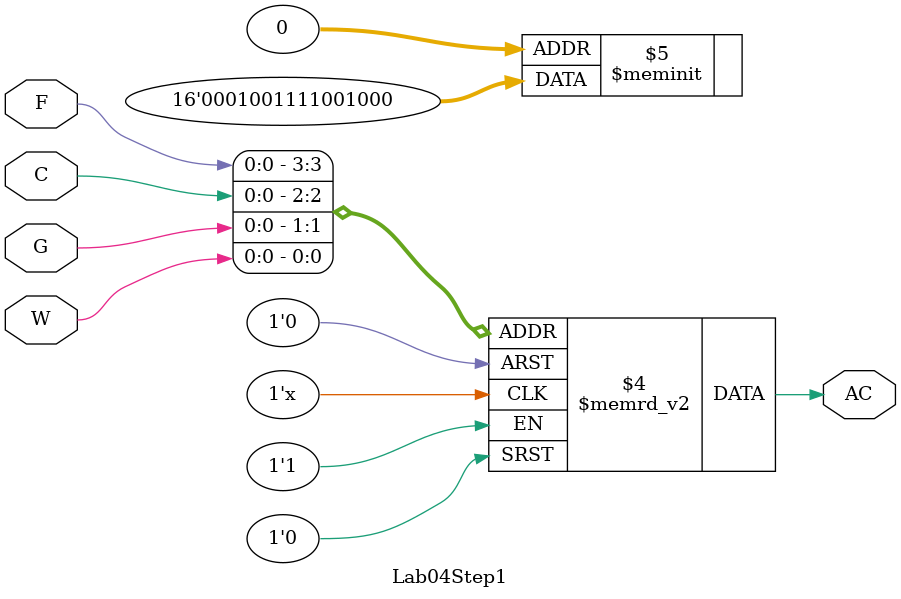
<source format=v>
module Lab04Step1(AC,F,C,G,W);
input F,C,G,W;
output AC;
reg AC;

always@(F or C or G or W)
begin
	case({F,C,G,W})
		4'b0000: AC='B0;
		4'b0001: AC='B0;
		4'b0010: AC='B0;
		4'b0011: AC='B1;
		4'b0100: AC='B0;
		4'b0101: AC='B0;
		4'b0110: AC='B1;
		4'b0111: AC='B1;
		4'b1000: AC='B1;
		4'b1001: AC='B1;
		4'b1010: AC='B0;
		4'b1011: AC='B0;
		4'b1100: AC='B1;
		4'b1101: AC='B0;
		4'b1110: AC='B0;
		4'b1111: AC='B0;
		endcase
	end
endmodule
	
</source>
